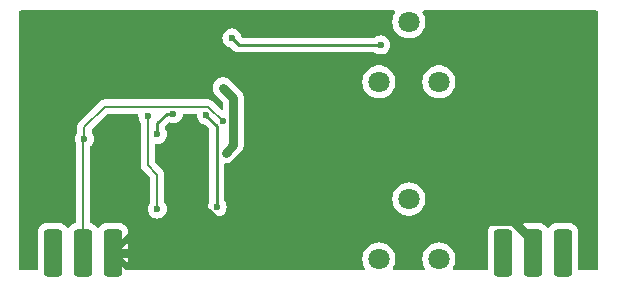
<source format=gbl>
%TF.GenerationSoftware,KiCad,Pcbnew,8.0.4*%
%TF.CreationDate,2025-01-04T18:22:50+00:00*%
%TF.ProjectId,r1283_power,72313238-335f-4706-9f77-65722e6b6963,rev?*%
%TF.SameCoordinates,Original*%
%TF.FileFunction,Copper,L2,Bot*%
%TF.FilePolarity,Positive*%
%FSLAX46Y46*%
G04 Gerber Fmt 4.6, Leading zero omitted, Abs format (unit mm)*
G04 Created by KiCad (PCBNEW 8.0.4) date 2025-01-04 18:22:50*
%MOMM*%
%LPD*%
G01*
G04 APERTURE LIST*
G04 Aperture macros list*
%AMRoundRect*
0 Rectangle with rounded corners*
0 $1 Rounding radius*
0 $2 $3 $4 $5 $6 $7 $8 $9 X,Y pos of 4 corners*
0 Add a 4 corners polygon primitive as box body*
4,1,4,$2,$3,$4,$5,$6,$7,$8,$9,$2,$3,0*
0 Add four circle primitives for the rounded corners*
1,1,$1+$1,$2,$3*
1,1,$1+$1,$4,$5*
1,1,$1+$1,$6,$7*
1,1,$1+$1,$8,$9*
0 Add four rect primitives between the rounded corners*
20,1,$1+$1,$2,$3,$4,$5,0*
20,1,$1+$1,$4,$5,$6,$7,0*
20,1,$1+$1,$6,$7,$8,$9,0*
20,1,$1+$1,$8,$9,$2,$3,0*%
%AMOutline5P*
0 Free polygon, 5 corners , with rotation*
0 The origin of the aperture is its center*
0 number of corners: always 5*
0 $1 to $10 corner X, Y*
0 $11 Rotation angle, in degrees counterclockwise*
0 create outline with 5 corners*
4,1,5,$1,$2,$3,$4,$5,$6,$7,$8,$9,$10,$1,$2,$11*%
%AMOutline6P*
0 Free polygon, 6 corners , with rotation*
0 The origin of the aperture is its center*
0 number of corners: always 6*
0 $1 to $12 corner X, Y*
0 $13 Rotation angle, in degrees counterclockwise*
0 create outline with 6 corners*
4,1,6,$1,$2,$3,$4,$5,$6,$7,$8,$9,$10,$11,$12,$1,$2,$13*%
%AMOutline7P*
0 Free polygon, 7 corners , with rotation*
0 The origin of the aperture is its center*
0 number of corners: always 7*
0 $1 to $14 corner X, Y*
0 $15 Rotation angle, in degrees counterclockwise*
0 create outline with 7 corners*
4,1,7,$1,$2,$3,$4,$5,$6,$7,$8,$9,$10,$11,$12,$13,$14,$1,$2,$15*%
%AMOutline8P*
0 Free polygon, 8 corners , with rotation*
0 The origin of the aperture is its center*
0 number of corners: always 8*
0 $1 to $16 corner X, Y*
0 $17 Rotation angle, in degrees counterclockwise*
0 create outline with 8 corners*
4,1,8,$1,$2,$3,$4,$5,$6,$7,$8,$9,$10,$11,$12,$13,$14,$15,$16,$1,$2,$17*%
G04 Aperture macros list end*
%TA.AperFunction,HeatsinkPad*%
%ADD10Outline5P,-0.800000X0.930000X-0.480000X1.250000X0.800000X1.250000X0.800000X-1.250000X-0.800000X-1.250000X180.000000*%
%TD*%
%TA.AperFunction,ComponentPad*%
%ADD11C,1.800000*%
%TD*%
%TA.AperFunction,ComponentPad*%
%ADD12RoundRect,0.250000X-0.500000X-1.750000X0.500000X-1.750000X0.500000X1.750000X-0.500000X1.750000X0*%
%TD*%
%TA.AperFunction,ComponentPad*%
%ADD13RoundRect,0.250000X0.500000X1.750000X-0.500000X1.750000X-0.500000X-1.750000X0.500000X-1.750000X0*%
%TD*%
%TA.AperFunction,ViaPad*%
%ADD14C,0.600000*%
%TD*%
%TA.AperFunction,Conductor*%
%ADD15C,0.250000*%
%TD*%
%TA.AperFunction,Conductor*%
%ADD16C,0.200000*%
%TD*%
%TA.AperFunction,Conductor*%
%ADD17C,0.750000*%
%TD*%
G04 APERTURE END LIST*
D10*
%TO.P,U1,EP,GND*%
%TO.N,GND1*%
X65000000Y-61500000D03*
%TD*%
D11*
%TO.P,RV1,3,3*%
%TO.N,Net-(U1-Vfb1)*%
X86040000Y-56540000D03*
%TO.P,RV1,2,2*%
X83500000Y-51460000D03*
%TO.P,RV1,1,1*%
%TO.N,Net-(R1-Pad2)*%
X80960000Y-56540000D03*
%TD*%
%TO.P,RV2,3,3*%
%TO.N,Net-(R5-Pad2)*%
X86040000Y-71540000D03*
%TO.P,RV2,2,2*%
%TO.N,Net-(U1-Vfb2)*%
X83500000Y-66460000D03*
%TO.P,RV2,1,1*%
X80960000Y-71540000D03*
%TD*%
D12*
%TO.P,J7,3,Pin_3*%
%TO.N,GND1*%
X58440000Y-71000000D03*
%TO.P,J7,2,Pin_2*%
%TO.N,/ENABLE*%
X55900000Y-71000000D03*
%TO.P,J7,1,Pin_1*%
%TO.N,+5V*%
X53360000Y-71000000D03*
%TD*%
D13*
%TO.P,J6,3,Pin_3*%
%TO.N,/VOUT_NEG*%
X91460000Y-71000000D03*
%TO.P,J6,2,Pin_2*%
%TO.N,GND1*%
X94000000Y-71000000D03*
%TO.P,J6,1,Pin_1*%
%TO.N,/VOUT_POS*%
X96540000Y-71000000D03*
%TD*%
D14*
%TO.N,Net-(C4-Pad1)*%
X81130000Y-53420000D03*
X68520000Y-52830000D03*
%TO.N,Net-(U1-Vfb1)*%
X62210000Y-60980000D03*
X63570000Y-59230000D03*
%TO.N,Net-(U1-Vfb2)*%
X66350735Y-59359265D03*
X67270000Y-67150000D03*
%TO.N,Net-(U1-Vref)*%
X61400000Y-59460000D03*
X62200000Y-67310000D03*
%TO.N,/Lx1*%
X67770000Y-57030000D03*
X67980000Y-62530000D03*
%TO.N,/ENABLE*%
X56030000Y-61360000D03*
X67720000Y-59880000D03*
%TO.N,GND1*%
X96840000Y-57370000D03*
X89560000Y-62240000D03*
X55850000Y-54460000D03*
X52490000Y-57160000D03*
X60057500Y-65037500D03*
X89540000Y-58990000D03*
X59600000Y-61320000D03*
X93250000Y-54440000D03*
%TD*%
D15*
%TO.N,Net-(C4-Pad1)*%
X69110000Y-53420000D02*
X68520000Y-52830000D01*
X81130000Y-53420000D02*
X69110000Y-53420000D01*
%TO.N,Net-(U1-Vfb1)*%
X63570000Y-59230000D02*
X63020000Y-59230000D01*
X63020000Y-59230000D02*
X62210000Y-60040000D01*
X62210000Y-60040000D02*
X62210000Y-60980000D01*
%TO.N,Net-(U1-Vfb2)*%
X67220000Y-67100000D02*
X67270000Y-67150000D01*
X66350735Y-59394619D02*
X67220000Y-60263884D01*
X67220000Y-60263884D02*
X67220000Y-67100000D01*
X66350735Y-59359265D02*
X66350735Y-59394619D01*
D16*
%TO.N,Net-(U1-Vref)*%
X62200000Y-64408529D02*
X61400000Y-63608529D01*
X62200000Y-67310000D02*
X62200000Y-64408529D01*
X61400000Y-63608529D02*
X61400000Y-59460000D01*
D17*
%TO.N,/Lx1*%
X68645000Y-61865000D02*
X67980000Y-62530000D01*
X67770000Y-57030000D02*
X68645000Y-57905000D01*
X68645000Y-57905000D02*
X68645000Y-61865000D01*
D16*
%TO.N,/ENABLE*%
X56030000Y-60350000D02*
X57750000Y-58630000D01*
X56030000Y-61360000D02*
X56030000Y-60350000D01*
X56030000Y-61360000D02*
X55900000Y-61490000D01*
X55900000Y-61490000D02*
X55900000Y-70900000D01*
X57750000Y-58630000D02*
X66470000Y-58630000D01*
X66470000Y-58630000D02*
X67720000Y-59880000D01*
D17*
%TO.N,GND1*%
X65000000Y-66188148D02*
X67151852Y-68340000D01*
X89540000Y-62260000D02*
X89560000Y-62240000D01*
X94000000Y-70045636D02*
X94000000Y-71000000D01*
X89560000Y-62240000D02*
X89540000Y-62220000D01*
X58540000Y-71000000D02*
X60188148Y-71000000D01*
X60057500Y-61777500D02*
X59600000Y-61320000D01*
X60057500Y-65037500D02*
X60057500Y-61777500D01*
X60188148Y-71000000D02*
X65000000Y-66188148D01*
X67151852Y-68340000D02*
X85070000Y-68340000D01*
X85070000Y-68340000D02*
X92294364Y-68340000D01*
X85070000Y-68340000D02*
X89540000Y-63870000D01*
X89540000Y-62220000D02*
X89540000Y-58990000D01*
X65000000Y-61500000D02*
X65000000Y-66188148D01*
X92294364Y-68340000D02*
X94000000Y-70045636D01*
X89540000Y-63870000D02*
X89540000Y-62260000D01*
%TD*%
%TA.AperFunction,Conductor*%
%TO.N,GND1*%
G36*
X82291874Y-50520185D02*
G01*
X82337629Y-50572989D01*
X82347573Y-50642147D01*
X82328644Y-50692321D01*
X82264075Y-50791151D01*
X82170842Y-51003699D01*
X82113866Y-51228691D01*
X82113864Y-51228702D01*
X82094700Y-51459993D01*
X82094700Y-51460006D01*
X82113864Y-51691297D01*
X82113866Y-51691308D01*
X82170842Y-51916300D01*
X82264075Y-52128848D01*
X82391016Y-52323147D01*
X82391019Y-52323151D01*
X82391021Y-52323153D01*
X82548216Y-52493913D01*
X82548219Y-52493915D01*
X82548222Y-52493918D01*
X82731365Y-52636464D01*
X82731371Y-52636468D01*
X82731374Y-52636470D01*
X82935497Y-52746936D01*
X83016706Y-52774815D01*
X83155015Y-52822297D01*
X83155017Y-52822297D01*
X83155019Y-52822298D01*
X83383951Y-52860500D01*
X83383952Y-52860500D01*
X83616048Y-52860500D01*
X83616049Y-52860500D01*
X83844981Y-52822298D01*
X84064503Y-52746936D01*
X84268626Y-52636470D01*
X84270988Y-52634632D01*
X84330129Y-52588600D01*
X84451784Y-52493913D01*
X84608979Y-52323153D01*
X84735924Y-52128849D01*
X84829157Y-51916300D01*
X84886134Y-51691305D01*
X84905300Y-51460000D01*
X84905300Y-51459993D01*
X84886135Y-51228702D01*
X84886133Y-51228691D01*
X84829157Y-51003699D01*
X84735924Y-50791151D01*
X84671356Y-50692321D01*
X84651168Y-50625431D01*
X84670349Y-50558246D01*
X84722808Y-50512096D01*
X84775165Y-50500500D01*
X99375500Y-50500500D01*
X99442539Y-50520185D01*
X99488294Y-50572989D01*
X99499500Y-50624500D01*
X99499500Y-72376000D01*
X99479815Y-72443039D01*
X99427011Y-72488794D01*
X99375500Y-72500000D01*
X97914500Y-72500000D01*
X97847461Y-72480315D01*
X97801706Y-72427511D01*
X97790500Y-72376000D01*
X97790499Y-69199998D01*
X97790498Y-69199981D01*
X97779999Y-69097203D01*
X97779998Y-69097200D01*
X97724814Y-68930666D01*
X97632712Y-68781344D01*
X97508656Y-68657288D01*
X97359334Y-68565186D01*
X97192797Y-68510001D01*
X97192795Y-68510000D01*
X97090010Y-68499500D01*
X95989998Y-68499500D01*
X95989980Y-68499501D01*
X95887203Y-68510000D01*
X95887200Y-68510001D01*
X95720668Y-68565185D01*
X95720663Y-68565187D01*
X95571342Y-68657289D01*
X95447288Y-68781343D01*
X95447285Y-68781347D01*
X95375244Y-68898144D01*
X95323296Y-68944869D01*
X95254334Y-68956090D01*
X95190252Y-68928247D01*
X95164167Y-68898144D01*
X95092315Y-68781654D01*
X94968345Y-68657684D01*
X94819124Y-68565643D01*
X94819119Y-68565641D01*
X94652697Y-68510494D01*
X94652690Y-68510493D01*
X94549980Y-68500000D01*
X93450028Y-68500000D01*
X93450012Y-68500001D01*
X93347302Y-68510494D01*
X93180880Y-68565641D01*
X93180875Y-68565643D01*
X93031654Y-68657684D01*
X92907683Y-68781655D01*
X92907680Y-68781659D01*
X92835831Y-68898144D01*
X92783883Y-68944869D01*
X92714920Y-68956090D01*
X92650838Y-68928247D01*
X92624754Y-68898144D01*
X92552906Y-68781659D01*
X92552712Y-68781344D01*
X92428656Y-68657288D01*
X92279334Y-68565186D01*
X92112797Y-68510001D01*
X92112795Y-68510000D01*
X92010010Y-68499500D01*
X90909998Y-68499500D01*
X90909980Y-68499501D01*
X90807203Y-68510000D01*
X90807200Y-68510001D01*
X90640668Y-68565185D01*
X90640663Y-68565187D01*
X90491342Y-68657289D01*
X90367289Y-68781342D01*
X90275187Y-68930663D01*
X90275185Y-68930668D01*
X90266918Y-68955616D01*
X90220001Y-69097203D01*
X90220001Y-69097204D01*
X90220000Y-69097204D01*
X90209500Y-69199983D01*
X90209500Y-69199991D01*
X90209500Y-70999999D01*
X90209501Y-72376000D01*
X90189816Y-72443039D01*
X90137012Y-72488794D01*
X90085501Y-72500000D01*
X87314838Y-72500000D01*
X87247799Y-72480315D01*
X87202044Y-72427511D01*
X87192100Y-72358353D01*
X87211029Y-72308179D01*
X87237734Y-72267302D01*
X87275924Y-72208849D01*
X87369157Y-71996300D01*
X87426134Y-71771305D01*
X87445300Y-71540000D01*
X87445300Y-71539993D01*
X87426135Y-71308702D01*
X87426133Y-71308691D01*
X87369157Y-71083699D01*
X87275924Y-70871151D01*
X87148983Y-70676852D01*
X87148980Y-70676849D01*
X87148979Y-70676847D01*
X86991784Y-70506087D01*
X86991779Y-70506083D01*
X86991777Y-70506081D01*
X86808634Y-70363535D01*
X86808628Y-70363531D01*
X86604504Y-70253064D01*
X86604495Y-70253061D01*
X86384984Y-70177702D01*
X86213282Y-70149050D01*
X86156049Y-70139500D01*
X85923951Y-70139500D01*
X85878164Y-70147140D01*
X85695015Y-70177702D01*
X85475504Y-70253061D01*
X85475495Y-70253064D01*
X85271371Y-70363531D01*
X85271365Y-70363535D01*
X85088222Y-70506081D01*
X85088219Y-70506084D01*
X84931016Y-70676852D01*
X84804075Y-70871151D01*
X84710842Y-71083699D01*
X84653866Y-71308691D01*
X84653864Y-71308702D01*
X84634700Y-71539993D01*
X84634700Y-71540006D01*
X84653864Y-71771297D01*
X84653866Y-71771308D01*
X84710842Y-71996300D01*
X84804075Y-72208848D01*
X84868971Y-72308179D01*
X84889158Y-72375068D01*
X84869978Y-72442254D01*
X84817520Y-72488404D01*
X84765162Y-72500000D01*
X82234838Y-72500000D01*
X82167799Y-72480315D01*
X82122044Y-72427511D01*
X82112100Y-72358353D01*
X82131029Y-72308179D01*
X82157734Y-72267302D01*
X82195924Y-72208849D01*
X82289157Y-71996300D01*
X82346134Y-71771305D01*
X82365300Y-71540000D01*
X82365300Y-71539993D01*
X82346135Y-71308702D01*
X82346133Y-71308691D01*
X82289157Y-71083699D01*
X82195924Y-70871151D01*
X82068983Y-70676852D01*
X82068980Y-70676849D01*
X82068979Y-70676847D01*
X81911784Y-70506087D01*
X81911779Y-70506083D01*
X81911777Y-70506081D01*
X81728634Y-70363535D01*
X81728628Y-70363531D01*
X81524504Y-70253064D01*
X81524495Y-70253061D01*
X81304984Y-70177702D01*
X81133282Y-70149050D01*
X81076049Y-70139500D01*
X80843951Y-70139500D01*
X80798164Y-70147140D01*
X80615015Y-70177702D01*
X80395504Y-70253061D01*
X80395495Y-70253064D01*
X80191371Y-70363531D01*
X80191365Y-70363535D01*
X80008222Y-70506081D01*
X80008219Y-70506084D01*
X79851016Y-70676852D01*
X79724075Y-70871151D01*
X79630842Y-71083699D01*
X79573866Y-71308691D01*
X79573864Y-71308702D01*
X79554700Y-71539993D01*
X79554700Y-71540006D01*
X79573864Y-71771297D01*
X79573866Y-71771308D01*
X79630842Y-71996300D01*
X79724075Y-72208848D01*
X79788971Y-72308179D01*
X79809158Y-72375068D01*
X79789978Y-72442254D01*
X79737520Y-72488404D01*
X79685162Y-72500000D01*
X59594456Y-72500000D01*
X59572042Y-72485595D01*
X58486447Y-71400000D01*
X58492661Y-71400000D01*
X58594394Y-71372741D01*
X58685606Y-71320080D01*
X58760080Y-71245606D01*
X58812741Y-71154394D01*
X58840000Y-71052661D01*
X58840000Y-71046448D01*
X59689998Y-71896446D01*
X59689999Y-71896445D01*
X59689999Y-70103553D01*
X59689998Y-70103552D01*
X58840000Y-70953551D01*
X58840000Y-70947339D01*
X58812741Y-70845606D01*
X58760080Y-70754394D01*
X58685606Y-70679920D01*
X58594394Y-70627259D01*
X58492661Y-70600000D01*
X58486447Y-70600000D01*
X59689998Y-69396447D01*
X59689999Y-69396446D01*
X59689999Y-69200028D01*
X59689998Y-69200013D01*
X59679505Y-69097302D01*
X59624358Y-68930880D01*
X59624356Y-68930875D01*
X59532315Y-68781654D01*
X59408345Y-68657684D01*
X59259124Y-68565643D01*
X59259119Y-68565641D01*
X59092697Y-68510494D01*
X59092690Y-68510493D01*
X58989980Y-68500000D01*
X57890028Y-68500000D01*
X57890012Y-68500001D01*
X57787302Y-68510494D01*
X57620880Y-68565641D01*
X57620875Y-68565643D01*
X57471654Y-68657684D01*
X57347683Y-68781655D01*
X57347680Y-68781659D01*
X57275831Y-68898144D01*
X57223883Y-68944869D01*
X57154920Y-68956090D01*
X57090838Y-68928247D01*
X57064754Y-68898144D01*
X56992906Y-68781659D01*
X56992712Y-68781344D01*
X56868656Y-68657288D01*
X56719334Y-68565186D01*
X56585495Y-68520836D01*
X56528051Y-68481063D01*
X56501228Y-68416547D01*
X56500500Y-68403130D01*
X56500500Y-62072940D01*
X56520185Y-62005901D01*
X56536819Y-61985259D01*
X56570849Y-61951229D01*
X56659816Y-61862262D01*
X56755789Y-61709522D01*
X56815368Y-61539255D01*
X56835565Y-61360000D01*
X56832131Y-61329523D01*
X56815369Y-61180750D01*
X56815368Y-61180745D01*
X56755788Y-61010476D01*
X56659813Y-60857734D01*
X56657550Y-60854896D01*
X56656659Y-60852715D01*
X56656111Y-60851842D01*
X56656264Y-60851745D01*
X56631144Y-60790209D01*
X56630500Y-60777587D01*
X56630500Y-60650097D01*
X56650185Y-60583058D01*
X56666819Y-60562416D01*
X57962416Y-59266819D01*
X58023739Y-59233334D01*
X58050097Y-59230500D01*
X60481537Y-59230500D01*
X60548576Y-59250185D01*
X60594331Y-59302989D01*
X60604757Y-59368383D01*
X60594435Y-59459996D01*
X60594435Y-59460003D01*
X60614630Y-59639249D01*
X60614631Y-59639254D01*
X60674211Y-59809523D01*
X60770185Y-59962263D01*
X60772445Y-59965097D01*
X60773334Y-59967275D01*
X60773889Y-59968158D01*
X60773734Y-59968255D01*
X60798855Y-60029783D01*
X60799500Y-60042412D01*
X60799500Y-63521859D01*
X60799499Y-63521877D01*
X60799499Y-63687583D01*
X60799498Y-63687583D01*
X60840423Y-63840314D01*
X60869358Y-63890429D01*
X60869359Y-63890433D01*
X60869360Y-63890433D01*
X60919479Y-63977243D01*
X60919481Y-63977246D01*
X61038349Y-64096114D01*
X61038355Y-64096119D01*
X61563181Y-64620945D01*
X61596666Y-64682268D01*
X61599500Y-64708626D01*
X61599500Y-66727587D01*
X61579815Y-66794626D01*
X61572450Y-66804896D01*
X61570186Y-66807734D01*
X61474211Y-66960476D01*
X61414631Y-67130745D01*
X61414630Y-67130750D01*
X61394435Y-67309996D01*
X61394435Y-67310003D01*
X61414630Y-67489249D01*
X61414631Y-67489254D01*
X61474211Y-67659523D01*
X61529136Y-67746935D01*
X61570184Y-67812262D01*
X61697738Y-67939816D01*
X61850478Y-68035789D01*
X62020745Y-68095368D01*
X62020750Y-68095369D01*
X62199996Y-68115565D01*
X62200000Y-68115565D01*
X62200004Y-68115565D01*
X62379249Y-68095369D01*
X62379252Y-68095368D01*
X62379255Y-68095368D01*
X62549522Y-68035789D01*
X62702262Y-67939816D01*
X62829816Y-67812262D01*
X62925789Y-67659522D01*
X62985368Y-67489255D01*
X63003396Y-67329254D01*
X63005565Y-67310003D01*
X63005565Y-67309996D01*
X62985369Y-67130750D01*
X62985368Y-67130745D01*
X62929383Y-66970750D01*
X62925789Y-66960478D01*
X62829816Y-66807738D01*
X62829814Y-66807736D01*
X62829813Y-66807734D01*
X62827550Y-66804896D01*
X62826659Y-66802715D01*
X62826111Y-66801842D01*
X62826264Y-66801745D01*
X62801144Y-66740209D01*
X62800500Y-66727587D01*
X62800500Y-64497588D01*
X62800501Y-64497575D01*
X62800501Y-64329474D01*
X62800501Y-64329472D01*
X62759577Y-64176744D01*
X62708946Y-64089049D01*
X62680520Y-64039813D01*
X62568716Y-63928009D01*
X62568715Y-63928008D01*
X62564385Y-63923678D01*
X62564374Y-63923668D01*
X62036819Y-63396113D01*
X62003334Y-63334790D01*
X62000500Y-63308432D01*
X62000500Y-61900716D01*
X62020185Y-61833677D01*
X62072989Y-61787922D01*
X62138384Y-61777496D01*
X62209997Y-61785565D01*
X62210000Y-61785565D01*
X62210004Y-61785565D01*
X62389249Y-61765369D01*
X62389252Y-61765368D01*
X62389255Y-61765368D01*
X62559522Y-61705789D01*
X62712262Y-61609816D01*
X62839816Y-61482262D01*
X62935789Y-61329522D01*
X62995368Y-61159255D01*
X63012131Y-61010478D01*
X63015565Y-60980003D01*
X63015565Y-60979996D01*
X62995369Y-60800750D01*
X62995368Y-60800745D01*
X62935788Y-60630476D01*
X62854506Y-60501117D01*
X62835500Y-60435145D01*
X62835500Y-60350451D01*
X62855185Y-60283412D01*
X62871815Y-60262774D01*
X63134511Y-60000077D01*
X63195832Y-59966594D01*
X63263145Y-59970719D01*
X63390737Y-60015366D01*
X63390743Y-60015367D01*
X63390745Y-60015368D01*
X63390746Y-60015368D01*
X63390750Y-60015369D01*
X63569996Y-60035565D01*
X63570000Y-60035565D01*
X63570004Y-60035565D01*
X63749249Y-60015369D01*
X63749252Y-60015368D01*
X63749255Y-60015368D01*
X63919522Y-59955789D01*
X64072262Y-59859816D01*
X64199816Y-59732262D01*
X64295789Y-59579522D01*
X64355368Y-59409255D01*
X64359974Y-59368383D01*
X64363102Y-59340617D01*
X64390168Y-59276203D01*
X64447763Y-59236648D01*
X64486322Y-59230500D01*
X65421170Y-59230500D01*
X65488209Y-59250185D01*
X65533964Y-59302989D01*
X65545170Y-59354500D01*
X65545170Y-59359268D01*
X65565365Y-59538514D01*
X65565366Y-59538519D01*
X65624946Y-59708788D01*
X65719843Y-59859815D01*
X65720919Y-59861527D01*
X65848473Y-59989081D01*
X66001213Y-60085054D01*
X66171480Y-60144633D01*
X66178709Y-60145447D01*
X66243123Y-60172510D01*
X66252512Y-60180987D01*
X66558181Y-60486655D01*
X66591666Y-60547978D01*
X66594500Y-60574336D01*
X66594500Y-66684719D01*
X66575494Y-66750690D01*
X66544209Y-66800479D01*
X66484633Y-66970737D01*
X66484630Y-66970750D01*
X66464435Y-67149996D01*
X66464435Y-67150003D01*
X66484630Y-67329249D01*
X66484631Y-67329254D01*
X66544211Y-67499523D01*
X66630257Y-67636464D01*
X66640184Y-67652262D01*
X66767738Y-67779816D01*
X66835346Y-67822297D01*
X66896145Y-67860500D01*
X66920478Y-67875789D01*
X67090745Y-67935368D01*
X67090750Y-67935369D01*
X67269996Y-67955565D01*
X67270000Y-67955565D01*
X67270004Y-67955565D01*
X67449249Y-67935369D01*
X67449252Y-67935368D01*
X67449255Y-67935368D01*
X67619522Y-67875789D01*
X67772262Y-67779816D01*
X67899816Y-67652262D01*
X67995789Y-67499522D01*
X68055368Y-67329255D01*
X68056056Y-67323153D01*
X68075565Y-67150003D01*
X68075565Y-67149996D01*
X68055369Y-66970750D01*
X68055368Y-66970745D01*
X67997335Y-66804896D01*
X67995789Y-66800478D01*
X67899816Y-66647738D01*
X67881819Y-66629741D01*
X67848334Y-66568418D01*
X67845500Y-66542060D01*
X67845500Y-66459993D01*
X82094700Y-66459993D01*
X82094700Y-66460006D01*
X82113864Y-66691297D01*
X82113866Y-66691308D01*
X82170842Y-66916300D01*
X82264075Y-67128848D01*
X82391016Y-67323147D01*
X82391019Y-67323151D01*
X82391021Y-67323153D01*
X82548216Y-67493913D01*
X82548219Y-67493915D01*
X82548222Y-67493918D01*
X82731365Y-67636464D01*
X82731371Y-67636468D01*
X82731374Y-67636470D01*
X82935497Y-67746936D01*
X83031270Y-67779815D01*
X83155015Y-67822297D01*
X83155017Y-67822297D01*
X83155019Y-67822298D01*
X83383951Y-67860500D01*
X83383952Y-67860500D01*
X83616048Y-67860500D01*
X83616049Y-67860500D01*
X83844981Y-67822298D01*
X84064503Y-67746936D01*
X84268626Y-67636470D01*
X84451784Y-67493913D01*
X84608979Y-67323153D01*
X84735924Y-67128849D01*
X84829157Y-66916300D01*
X84886134Y-66691305D01*
X84889744Y-66647737D01*
X84905300Y-66460006D01*
X84905300Y-66459993D01*
X84886135Y-66228702D01*
X84886133Y-66228691D01*
X84829157Y-66003699D01*
X84735924Y-65791151D01*
X84608983Y-65596852D01*
X84608980Y-65596849D01*
X84608979Y-65596847D01*
X84451784Y-65426087D01*
X84451779Y-65426083D01*
X84451777Y-65426081D01*
X84268634Y-65283535D01*
X84268628Y-65283531D01*
X84064504Y-65173064D01*
X84064495Y-65173061D01*
X83844984Y-65097702D01*
X83673282Y-65069050D01*
X83616049Y-65059500D01*
X83383951Y-65059500D01*
X83338164Y-65067140D01*
X83155015Y-65097702D01*
X82935504Y-65173061D01*
X82935495Y-65173064D01*
X82731371Y-65283531D01*
X82731365Y-65283535D01*
X82548222Y-65426081D01*
X82548219Y-65426084D01*
X82391016Y-65596852D01*
X82264075Y-65791151D01*
X82170842Y-66003699D01*
X82113866Y-66228691D01*
X82113864Y-66228702D01*
X82094700Y-66459993D01*
X67845500Y-66459993D01*
X67845500Y-63529500D01*
X67865185Y-63462461D01*
X67917989Y-63416706D01*
X67969500Y-63405500D01*
X68066231Y-63405500D01*
X68066232Y-63405499D01*
X68235374Y-63371855D01*
X68394705Y-63305858D01*
X68538099Y-63210045D01*
X69325045Y-62423099D01*
X69420858Y-62279705D01*
X69486855Y-62120374D01*
X69520500Y-61951229D01*
X69520500Y-61778771D01*
X69520500Y-57818771D01*
X69520500Y-57818768D01*
X69520499Y-57818766D01*
X69500151Y-57716470D01*
X69486855Y-57649626D01*
X69461370Y-57588099D01*
X69420861Y-57490301D01*
X69420854Y-57490288D01*
X69325046Y-57346902D01*
X69325045Y-57346901D01*
X69203099Y-57224955D01*
X68921910Y-56943766D01*
X68518138Y-56539993D01*
X79554700Y-56539993D01*
X79554700Y-56540006D01*
X79573864Y-56771297D01*
X79573866Y-56771308D01*
X79630842Y-56996300D01*
X79724075Y-57208848D01*
X79851016Y-57403147D01*
X79851019Y-57403151D01*
X79851021Y-57403153D01*
X80008216Y-57573913D01*
X80008219Y-57573915D01*
X80008222Y-57573918D01*
X80191365Y-57716464D01*
X80191371Y-57716468D01*
X80191374Y-57716470D01*
X80395497Y-57826936D01*
X80509487Y-57866068D01*
X80615015Y-57902297D01*
X80615017Y-57902297D01*
X80615019Y-57902298D01*
X80843951Y-57940500D01*
X80843952Y-57940500D01*
X81076048Y-57940500D01*
X81076049Y-57940500D01*
X81304981Y-57902298D01*
X81524503Y-57826936D01*
X81728626Y-57716470D01*
X81911784Y-57573913D01*
X82068979Y-57403153D01*
X82195924Y-57208849D01*
X82289157Y-56996300D01*
X82346134Y-56771305D01*
X82365300Y-56540000D01*
X82365300Y-56539993D01*
X84634700Y-56539993D01*
X84634700Y-56540006D01*
X84653864Y-56771297D01*
X84653866Y-56771308D01*
X84710842Y-56996300D01*
X84804075Y-57208848D01*
X84931016Y-57403147D01*
X84931019Y-57403151D01*
X84931021Y-57403153D01*
X85088216Y-57573913D01*
X85088219Y-57573915D01*
X85088222Y-57573918D01*
X85271365Y-57716464D01*
X85271371Y-57716468D01*
X85271374Y-57716470D01*
X85475497Y-57826936D01*
X85589487Y-57866068D01*
X85695015Y-57902297D01*
X85695017Y-57902297D01*
X85695019Y-57902298D01*
X85923951Y-57940500D01*
X85923952Y-57940500D01*
X86156048Y-57940500D01*
X86156049Y-57940500D01*
X86384981Y-57902298D01*
X86604503Y-57826936D01*
X86808626Y-57716470D01*
X86991784Y-57573913D01*
X87148979Y-57403153D01*
X87275924Y-57208849D01*
X87369157Y-56996300D01*
X87426134Y-56771305D01*
X87445300Y-56540000D01*
X87445300Y-56539993D01*
X87426135Y-56308702D01*
X87426133Y-56308691D01*
X87369157Y-56083699D01*
X87275924Y-55871151D01*
X87148983Y-55676852D01*
X87148980Y-55676849D01*
X87148979Y-55676847D01*
X86991784Y-55506087D01*
X86991779Y-55506083D01*
X86991777Y-55506081D01*
X86808634Y-55363535D01*
X86808628Y-55363531D01*
X86604504Y-55253064D01*
X86604495Y-55253061D01*
X86384984Y-55177702D01*
X86213282Y-55149050D01*
X86156049Y-55139500D01*
X85923951Y-55139500D01*
X85878164Y-55147140D01*
X85695015Y-55177702D01*
X85475504Y-55253061D01*
X85475495Y-55253064D01*
X85271371Y-55363531D01*
X85271365Y-55363535D01*
X85088222Y-55506081D01*
X85088219Y-55506084D01*
X84931016Y-55676852D01*
X84804075Y-55871151D01*
X84710842Y-56083699D01*
X84653866Y-56308691D01*
X84653864Y-56308702D01*
X84634700Y-56539993D01*
X82365300Y-56539993D01*
X82346135Y-56308702D01*
X82346133Y-56308691D01*
X82289157Y-56083699D01*
X82195924Y-55871151D01*
X82068983Y-55676852D01*
X82068980Y-55676849D01*
X82068979Y-55676847D01*
X81911784Y-55506087D01*
X81911779Y-55506083D01*
X81911777Y-55506081D01*
X81728634Y-55363535D01*
X81728628Y-55363531D01*
X81524504Y-55253064D01*
X81524495Y-55253061D01*
X81304984Y-55177702D01*
X81133282Y-55149050D01*
X81076049Y-55139500D01*
X80843951Y-55139500D01*
X80798164Y-55147140D01*
X80615015Y-55177702D01*
X80395504Y-55253061D01*
X80395495Y-55253064D01*
X80191371Y-55363531D01*
X80191365Y-55363535D01*
X80008222Y-55506081D01*
X80008219Y-55506084D01*
X79851016Y-55676852D01*
X79724075Y-55871151D01*
X79630842Y-56083699D01*
X79573866Y-56308691D01*
X79573864Y-56308702D01*
X79554700Y-56539993D01*
X68518138Y-56539993D01*
X68328102Y-56349957D01*
X68328098Y-56349954D01*
X68184711Y-56254145D01*
X68184698Y-56254138D01*
X68025378Y-56188146D01*
X68025366Y-56188143D01*
X67856232Y-56154500D01*
X67856229Y-56154500D01*
X67683771Y-56154500D01*
X67683768Y-56154500D01*
X67514633Y-56188143D01*
X67514621Y-56188146D01*
X67355301Y-56254138D01*
X67355288Y-56254145D01*
X67211901Y-56349954D01*
X67211897Y-56349957D01*
X67089957Y-56471897D01*
X67089954Y-56471901D01*
X66994145Y-56615288D01*
X66994138Y-56615301D01*
X66928146Y-56774621D01*
X66928143Y-56774633D01*
X66894500Y-56943766D01*
X66894500Y-57116233D01*
X66928143Y-57285366D01*
X66928146Y-57285378D01*
X66994138Y-57444698D01*
X66994145Y-57444711D01*
X67089954Y-57588098D01*
X67089957Y-57588102D01*
X67733181Y-58231325D01*
X67766666Y-58292648D01*
X67769500Y-58319006D01*
X67769500Y-58780903D01*
X67749815Y-58847942D01*
X67697011Y-58893697D01*
X67627853Y-58903641D01*
X67564297Y-58874616D01*
X67557819Y-58868584D01*
X66957590Y-58268355D01*
X66957588Y-58268352D01*
X66838717Y-58149481D01*
X66838716Y-58149480D01*
X66751904Y-58099360D01*
X66751904Y-58099359D01*
X66751900Y-58099358D01*
X66701785Y-58070423D01*
X66549057Y-58029499D01*
X66390943Y-58029499D01*
X66383347Y-58029499D01*
X66383331Y-58029500D01*
X57670940Y-58029500D01*
X57630019Y-58040464D01*
X57630019Y-58040465D01*
X57592751Y-58050451D01*
X57518214Y-58070423D01*
X57518209Y-58070426D01*
X57381290Y-58149475D01*
X57381282Y-58149481D01*
X55549479Y-59981284D01*
X55529803Y-60015366D01*
X55517418Y-60036818D01*
X55470423Y-60118215D01*
X55429499Y-60270943D01*
X55429499Y-60270945D01*
X55429499Y-60439046D01*
X55429500Y-60439059D01*
X55429500Y-60777587D01*
X55409815Y-60844626D01*
X55402450Y-60854896D01*
X55400186Y-60857734D01*
X55304211Y-61010476D01*
X55244631Y-61180745D01*
X55244630Y-61180750D01*
X55224435Y-61359996D01*
X55224435Y-61360003D01*
X55244630Y-61539246D01*
X55244632Y-61539257D01*
X55292541Y-61676170D01*
X55299500Y-61717125D01*
X55299500Y-68403130D01*
X55279815Y-68470169D01*
X55227011Y-68515924D01*
X55214505Y-68520836D01*
X55080666Y-68565186D01*
X55080663Y-68565187D01*
X54931342Y-68657289D01*
X54807289Y-68781342D01*
X54735539Y-68897669D01*
X54683591Y-68944393D01*
X54614628Y-68955616D01*
X54550546Y-68927772D01*
X54524461Y-68897669D01*
X54452906Y-68781659D01*
X54452712Y-68781344D01*
X54328656Y-68657288D01*
X54179334Y-68565186D01*
X54012797Y-68510001D01*
X54012795Y-68510000D01*
X53910010Y-68499500D01*
X52809998Y-68499500D01*
X52809980Y-68499501D01*
X52707203Y-68510000D01*
X52707200Y-68510001D01*
X52540668Y-68565185D01*
X52540663Y-68565187D01*
X52391342Y-68657289D01*
X52267289Y-68781342D01*
X52175187Y-68930663D01*
X52175185Y-68930668D01*
X52166918Y-68955616D01*
X52120001Y-69097203D01*
X52120001Y-69097204D01*
X52120000Y-69097204D01*
X52109500Y-69199983D01*
X52109500Y-69199991D01*
X52109500Y-70999999D01*
X52109501Y-72376000D01*
X52089816Y-72443039D01*
X52037012Y-72488794D01*
X51985501Y-72500000D01*
X50624500Y-72500000D01*
X50557461Y-72480315D01*
X50511706Y-72427511D01*
X50500500Y-72376000D01*
X50500500Y-52829996D01*
X67714435Y-52829996D01*
X67714435Y-52830003D01*
X67734630Y-53009249D01*
X67734631Y-53009254D01*
X67794211Y-53179523D01*
X67832680Y-53240745D01*
X67890184Y-53332262D01*
X68017738Y-53459816D01*
X68170478Y-53555789D01*
X68340745Y-53615368D01*
X68387823Y-53620672D01*
X68452236Y-53647737D01*
X68461621Y-53656211D01*
X68621016Y-53815606D01*
X68621045Y-53815637D01*
X68711264Y-53905856D01*
X68711267Y-53905858D01*
X68762490Y-53940084D01*
X68813714Y-53974312D01*
X68894207Y-54007652D01*
X68927548Y-54021463D01*
X68947490Y-54025429D01*
X68983980Y-54032688D01*
X68984000Y-54032691D01*
X68984022Y-54032696D01*
X69048391Y-54045499D01*
X69048392Y-54045500D01*
X69048393Y-54045500D01*
X69048394Y-54045500D01*
X80585145Y-54045500D01*
X80651116Y-54064505D01*
X80780478Y-54145789D01*
X80950745Y-54205368D01*
X80950750Y-54205369D01*
X81129996Y-54225565D01*
X81130000Y-54225565D01*
X81130004Y-54225565D01*
X81309249Y-54205369D01*
X81309252Y-54205368D01*
X81309255Y-54205368D01*
X81479522Y-54145789D01*
X81632262Y-54049816D01*
X81759816Y-53922262D01*
X81855789Y-53769522D01*
X81915368Y-53599255D01*
X81915369Y-53599249D01*
X81935565Y-53420003D01*
X81935565Y-53419996D01*
X81915369Y-53240750D01*
X81915368Y-53240745D01*
X81855788Y-53070476D01*
X81759815Y-52917737D01*
X81632262Y-52790184D01*
X81479523Y-52694211D01*
X81309254Y-52634631D01*
X81309249Y-52634630D01*
X81130004Y-52614435D01*
X81129996Y-52614435D01*
X80950750Y-52634630D01*
X80950745Y-52634631D01*
X80780476Y-52694211D01*
X80651117Y-52775494D01*
X80585145Y-52794500D01*
X69432378Y-52794500D01*
X69365339Y-52774815D01*
X69319584Y-52722011D01*
X69309158Y-52684385D01*
X69305368Y-52650745D01*
X69245789Y-52480478D01*
X69149816Y-52327738D01*
X69022262Y-52200184D01*
X68869523Y-52104211D01*
X68699254Y-52044631D01*
X68699249Y-52044630D01*
X68520004Y-52024435D01*
X68519996Y-52024435D01*
X68340750Y-52044630D01*
X68340745Y-52044631D01*
X68170476Y-52104211D01*
X68017737Y-52200184D01*
X67890184Y-52327737D01*
X67794211Y-52480476D01*
X67734631Y-52650745D01*
X67734630Y-52650750D01*
X67714435Y-52829996D01*
X50500500Y-52829996D01*
X50500500Y-50624500D01*
X50520185Y-50557461D01*
X50572989Y-50511706D01*
X50624500Y-50500500D01*
X82224835Y-50500500D01*
X82291874Y-50520185D01*
G37*
%TD.AperFunction*%
%TD*%
M02*

</source>
